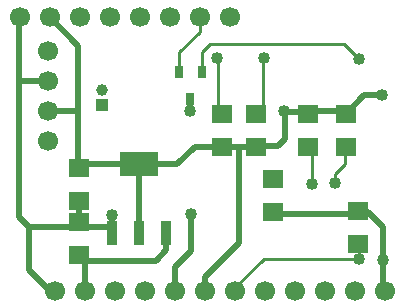
<source format=gbr>
G04 DipTrace 3.3.1.3*
G04 Top.gbr*
%MOMM*%
G04 #@! TF.FileFunction,Copper,L1,Top*
G04 #@! TF.Part,Single*
G04 #@! TA.AperFunction,Conductor*
%ADD10C,0.25*%
%ADD14C,0.5*%
%ADD15R,1.8X1.6*%
%ADD17R,0.95X2.15*%
%ADD18R,3.25X2.15*%
G04 #@! TA.AperFunction,ComponentPad*
%ADD23C,1.7*%
%ADD25R,0.65X1.05*%
G04 #@! TA.AperFunction,ComponentPad*
%ADD26R,1.0X1.0*%
%ADD27C,1.0*%
G04 #@! TA.AperFunction,ViaPad*
%ADD28C,1.016*%
%FSLAX35Y35*%
G04*
G71*
G90*
G75*
G01*
G04 Top*
%LPD*%
X3203667Y1643740D2*
D14*
Y1663953D1*
X3527660D1*
Y1643740D1*
X3203667D2*
Y1658590D1*
X3008857D1*
Y1428490D1*
X2950340Y1369973D1*
X2762260D1*
Y1363740D1*
X2475260D1*
X1774590Y1212310D2*
X2099410D1*
X2250840Y1363740D1*
X2475260D1*
X2623833D1*
Y551537D1*
X2335603Y263307D1*
Y144460D1*
X1774590Y632310D2*
Y1212310D1*
X3006777Y1662677D2*
X3008857Y1658590D1*
X2205613Y1662277D2*
Y1764083D1*
X2210503Y1768973D1*
X1264299Y1182163D2*
X1294445Y1212310D1*
X1774590D1*
X1019097Y2458967D2*
X1261360Y2216703D1*
Y1669100D1*
Y1217273D1*
X1264299Y1214335D1*
Y1182163D1*
X1005870Y1669100D2*
X1261360D1*
X3527660Y1643740D2*
X3682243Y1798323D1*
X3836903D1*
X2004590Y632310D2*
Y485113D1*
X1918873Y399397D1*
X1264299D1*
Y443467D1*
X1319603Y388162D1*
Y144460D1*
X3838553Y403857D2*
Y165510D1*
X3859603Y144460D1*
X3838553Y403857D2*
Y682205D1*
X3713742Y807017D1*
X3631347D1*
Y822387D1*
X2911490Y799503D2*
X2909917Y801077D1*
Y812453D1*
X2911490Y799503D2*
X2916020Y794973D1*
X3631347D1*
Y822387D1*
X1264299Y723467D2*
Y682657D1*
X1544590D1*
Y632310D1*
X1264299Y902163D2*
X1260143D1*
Y871717D1*
X1264299D1*
Y723467D1*
Y902163D2*
Y684653D1*
X845510D1*
Y322574D1*
X1023624Y144460D1*
X1065603D1*
X1545103Y787527D2*
X1544590D1*
Y682657D1*
X765097Y2458967D2*
X758233Y2452103D1*
Y1923100D1*
Y771930D1*
X845510Y684653D1*
X2218220Y795277D2*
Y477687D1*
X2081603Y341070D1*
Y144460D1*
X1005870Y1923100D2*
X758233D1*
X3203667Y1363740D2*
D10*
X3241200Y1326207D1*
Y1046510D1*
X3236927D1*
X3527660Y1363740D2*
X3519793D1*
Y1214220D1*
X3433573Y1128000D1*
Y1056530D1*
X2914733Y1103793D2*
Y1092453D1*
X2909917D1*
X2305503Y1998973D2*
Y2165310D1*
X2374960Y2234767D1*
X3507007D1*
X3638637Y2103137D1*
Y2108280D1*
X3635543D1*
X2836587Y2114307D2*
X2825983D1*
Y1643740D1*
X2762260D1*
X3635940Y411627D2*
Y416117D1*
X2830930D1*
X2574438Y159625D1*
X2589603Y144460D1*
X3631347Y542387D2*
Y565197D1*
X3635940D1*
Y411627D1*
X2289097Y2458967D2*
Y2337393D1*
X2115503Y2163800D1*
Y1998973D1*
X2435377Y2114307D2*
X2444703D1*
Y1643740D1*
X2475260D1*
D28*
X2836587Y2114307D3*
X3836903Y1798323D3*
X2435377Y2114307D3*
X3838553Y403857D3*
X3635940Y411627D3*
X3433573Y1056530D3*
X1545103Y787527D3*
X3236927Y1046510D3*
X3006777Y1662677D3*
X3635543Y2108280D3*
X2205613Y1662277D3*
X2914733Y1103793D3*
X2911490Y799503D3*
X2218220Y795277D3*
D15*
X1264299Y1182163D3*
Y902163D3*
Y443467D3*
Y723467D3*
D17*
X1544590Y632310D3*
X1774590D3*
X2004590D3*
D18*
X1774590Y1212310D3*
D15*
X3527660Y1363740D3*
Y1643740D3*
X2475260Y1363740D3*
Y1643740D3*
X2762260Y1363740D3*
Y1643740D3*
X3631347Y542387D3*
Y822387D3*
X3203667Y1363740D3*
Y1643740D3*
D23*
X2289097Y2458967D3*
X1065603Y144460D3*
X1319603D3*
X1573603D3*
X1827603D3*
X2081603D3*
X2335603D3*
X2589603D3*
X2843603D3*
X3097603D3*
X3351603D3*
X3605603D3*
X3859603D3*
X2035097Y2458967D3*
X1781097D3*
X1527097D3*
X1273097D3*
X1019097D3*
X765097D3*
D25*
X2305503Y1998973D3*
X2115503D3*
X2210503Y1768973D3*
D15*
X2909917Y812453D3*
Y1092453D3*
D23*
X1005893Y1415100D3*
X1005870Y1669100D3*
Y1923100D3*
Y2177100D3*
D26*
X1460553Y1715337D3*
D27*
Y1842337D3*
D23*
X2543413Y2459000D3*
M02*

</source>
